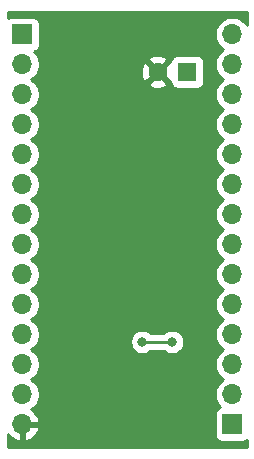
<source format=gbr>
%TF.GenerationSoftware,KiCad,Pcbnew,(5.1.7)-1*%
%TF.CreationDate,2022-07-07T01:38:01-03:00*%
%TF.ProjectId,RAMboard,52414d62-6f61-4726-942e-6b696361645f,rev?*%
%TF.SameCoordinates,Original*%
%TF.FileFunction,Copper,L2,Bot*%
%TF.FilePolarity,Positive*%
%FSLAX46Y46*%
G04 Gerber Fmt 4.6, Leading zero omitted, Abs format (unit mm)*
G04 Created by KiCad (PCBNEW (5.1.7)-1) date 2022-07-07 01:38:01*
%MOMM*%
%LPD*%
G01*
G04 APERTURE LIST*
%TA.AperFunction,ComponentPad*%
%ADD10O,1.700000X1.700000*%
%TD*%
%TA.AperFunction,ComponentPad*%
%ADD11R,1.700000X1.700000*%
%TD*%
%TA.AperFunction,ComponentPad*%
%ADD12C,1.600000*%
%TD*%
%TA.AperFunction,ComponentPad*%
%ADD13R,1.600000X1.600000*%
%TD*%
%TA.AperFunction,ViaPad*%
%ADD14C,0.800000*%
%TD*%
%TA.AperFunction,Conductor*%
%ADD15C,0.250000*%
%TD*%
%TA.AperFunction,Conductor*%
%ADD16C,0.254000*%
%TD*%
%TA.AperFunction,Conductor*%
%ADD17C,0.100000*%
%TD*%
G04 APERTURE END LIST*
D10*
%TO.P,J2,14*%
%TO.N,+5V*%
X45720000Y-25400000D03*
%TO.P,J2,13*%
%TO.N,/WR_N*%
X45720000Y-27940000D03*
%TO.P,J2,12*%
%TO.N,/AA13*%
X45720000Y-30480000D03*
%TO.P,J2,11*%
%TO.N,/A8*%
X45720000Y-33020000D03*
%TO.P,J2,10*%
%TO.N,/A9*%
X45720000Y-35560000D03*
%TO.P,J2,9*%
%TO.N,/A11*%
X45720000Y-38100000D03*
%TO.P,J2,8*%
%TO.N,/RD_N*%
X45720000Y-40640000D03*
%TO.P,J2,7*%
%TO.N,/A10*%
X45720000Y-43180000D03*
%TO.P,J2,6*%
%TO.N,/RAMCS_N*%
X45720000Y-45720000D03*
%TO.P,J2,5*%
%TO.N,/D7*%
X45720000Y-48260000D03*
%TO.P,J2,4*%
%TO.N,/D6*%
X45720000Y-50800000D03*
%TO.P,J2,3*%
%TO.N,/D5*%
X45720000Y-53340000D03*
%TO.P,J2,2*%
%TO.N,/D4*%
X45720000Y-55880000D03*
D11*
%TO.P,J2,1*%
%TO.N,/D3*%
X45720000Y-58420000D03*
%TD*%
D10*
%TO.P,J1,14*%
%TO.N,GND*%
X27940000Y-58420000D03*
%TO.P,J1,13*%
%TO.N,/D2*%
X27940000Y-55880000D03*
%TO.P,J1,12*%
%TO.N,/D1*%
X27940000Y-53340000D03*
%TO.P,J1,11*%
%TO.N,/D0*%
X27940000Y-50800000D03*
%TO.P,J1,10*%
%TO.N,/A0*%
X27940000Y-48260000D03*
%TO.P,J1,9*%
%TO.N,/A1*%
X27940000Y-45720000D03*
%TO.P,J1,8*%
%TO.N,/A2*%
X27940000Y-43180000D03*
%TO.P,J1,7*%
%TO.N,/A3*%
X27940000Y-40640000D03*
%TO.P,J1,6*%
%TO.N,/A4*%
X27940000Y-38100000D03*
%TO.P,J1,5*%
%TO.N,/A5*%
X27940000Y-35560000D03*
%TO.P,J1,4*%
%TO.N,/A6*%
X27940000Y-33020000D03*
%TO.P,J1,3*%
%TO.N,/A7*%
X27940000Y-30480000D03*
%TO.P,J1,2*%
%TO.N,/A12*%
X27940000Y-27940000D03*
D11*
%TO.P,J1,1*%
%TO.N,/AA14*%
X27940000Y-25400000D03*
%TD*%
D12*
%TO.P,C1,2*%
%TO.N,GND*%
X39410000Y-28575000D03*
D13*
%TO.P,C1,1*%
%TO.N,+5V*%
X41910000Y-28575000D03*
%TD*%
D14*
%TO.N,GND*%
X35560000Y-49530000D03*
%TO.N,/D4*%
X40640000Y-51435000D03*
X38100000Y-51435000D03*
%TD*%
D15*
%TO.N,/D4*%
X38100000Y-51435000D02*
X40640000Y-51435000D01*
%TD*%
D16*
%TO.N,GND*%
X46964513Y-23520666D02*
X46965001Y-23525310D01*
X46965001Y-24590346D01*
X46873475Y-24453368D01*
X46666632Y-24246525D01*
X46423411Y-24084010D01*
X46153158Y-23972068D01*
X45866260Y-23915000D01*
X45573740Y-23915000D01*
X45286842Y-23972068D01*
X45016589Y-24084010D01*
X44773368Y-24246525D01*
X44566525Y-24453368D01*
X44404010Y-24696589D01*
X44292068Y-24966842D01*
X44235000Y-25253740D01*
X44235000Y-25546260D01*
X44292068Y-25833158D01*
X44404010Y-26103411D01*
X44566525Y-26346632D01*
X44773368Y-26553475D01*
X44947760Y-26670000D01*
X44773368Y-26786525D01*
X44566525Y-26993368D01*
X44404010Y-27236589D01*
X44292068Y-27506842D01*
X44235000Y-27793740D01*
X44235000Y-28086260D01*
X44292068Y-28373158D01*
X44404010Y-28643411D01*
X44566525Y-28886632D01*
X44773368Y-29093475D01*
X44947760Y-29210000D01*
X44773368Y-29326525D01*
X44566525Y-29533368D01*
X44404010Y-29776589D01*
X44292068Y-30046842D01*
X44235000Y-30333740D01*
X44235000Y-30626260D01*
X44292068Y-30913158D01*
X44404010Y-31183411D01*
X44566525Y-31426632D01*
X44773368Y-31633475D01*
X44947760Y-31750000D01*
X44773368Y-31866525D01*
X44566525Y-32073368D01*
X44404010Y-32316589D01*
X44292068Y-32586842D01*
X44235000Y-32873740D01*
X44235000Y-33166260D01*
X44292068Y-33453158D01*
X44404010Y-33723411D01*
X44566525Y-33966632D01*
X44773368Y-34173475D01*
X44947760Y-34290000D01*
X44773368Y-34406525D01*
X44566525Y-34613368D01*
X44404010Y-34856589D01*
X44292068Y-35126842D01*
X44235000Y-35413740D01*
X44235000Y-35706260D01*
X44292068Y-35993158D01*
X44404010Y-36263411D01*
X44566525Y-36506632D01*
X44773368Y-36713475D01*
X44947760Y-36830000D01*
X44773368Y-36946525D01*
X44566525Y-37153368D01*
X44404010Y-37396589D01*
X44292068Y-37666842D01*
X44235000Y-37953740D01*
X44235000Y-38246260D01*
X44292068Y-38533158D01*
X44404010Y-38803411D01*
X44566525Y-39046632D01*
X44773368Y-39253475D01*
X44947760Y-39370000D01*
X44773368Y-39486525D01*
X44566525Y-39693368D01*
X44404010Y-39936589D01*
X44292068Y-40206842D01*
X44235000Y-40493740D01*
X44235000Y-40786260D01*
X44292068Y-41073158D01*
X44404010Y-41343411D01*
X44566525Y-41586632D01*
X44773368Y-41793475D01*
X44947760Y-41910000D01*
X44773368Y-42026525D01*
X44566525Y-42233368D01*
X44404010Y-42476589D01*
X44292068Y-42746842D01*
X44235000Y-43033740D01*
X44235000Y-43326260D01*
X44292068Y-43613158D01*
X44404010Y-43883411D01*
X44566525Y-44126632D01*
X44773368Y-44333475D01*
X44947760Y-44450000D01*
X44773368Y-44566525D01*
X44566525Y-44773368D01*
X44404010Y-45016589D01*
X44292068Y-45286842D01*
X44235000Y-45573740D01*
X44235000Y-45866260D01*
X44292068Y-46153158D01*
X44404010Y-46423411D01*
X44566525Y-46666632D01*
X44773368Y-46873475D01*
X44947760Y-46990000D01*
X44773368Y-47106525D01*
X44566525Y-47313368D01*
X44404010Y-47556589D01*
X44292068Y-47826842D01*
X44235000Y-48113740D01*
X44235000Y-48406260D01*
X44292068Y-48693158D01*
X44404010Y-48963411D01*
X44566525Y-49206632D01*
X44773368Y-49413475D01*
X44947760Y-49530000D01*
X44773368Y-49646525D01*
X44566525Y-49853368D01*
X44404010Y-50096589D01*
X44292068Y-50366842D01*
X44235000Y-50653740D01*
X44235000Y-50946260D01*
X44292068Y-51233158D01*
X44404010Y-51503411D01*
X44566525Y-51746632D01*
X44773368Y-51953475D01*
X44947760Y-52070000D01*
X44773368Y-52186525D01*
X44566525Y-52393368D01*
X44404010Y-52636589D01*
X44292068Y-52906842D01*
X44235000Y-53193740D01*
X44235000Y-53486260D01*
X44292068Y-53773158D01*
X44404010Y-54043411D01*
X44566525Y-54286632D01*
X44773368Y-54493475D01*
X44947760Y-54610000D01*
X44773368Y-54726525D01*
X44566525Y-54933368D01*
X44404010Y-55176589D01*
X44292068Y-55446842D01*
X44235000Y-55733740D01*
X44235000Y-56026260D01*
X44292068Y-56313158D01*
X44404010Y-56583411D01*
X44566525Y-56826632D01*
X44698380Y-56958487D01*
X44625820Y-56980498D01*
X44515506Y-57039463D01*
X44418815Y-57118815D01*
X44339463Y-57215506D01*
X44280498Y-57325820D01*
X44244188Y-57445518D01*
X44231928Y-57570000D01*
X44231928Y-59270000D01*
X44244188Y-59394482D01*
X44280498Y-59514180D01*
X44339463Y-59624494D01*
X44418815Y-59721185D01*
X44515506Y-59800537D01*
X44625820Y-59859502D01*
X44745518Y-59895812D01*
X44870000Y-59908072D01*
X46570000Y-59908072D01*
X46694482Y-59895812D01*
X46814180Y-59859502D01*
X46924494Y-59800537D01*
X46965000Y-59767295D01*
X46965000Y-60292725D01*
X46964335Y-60299513D01*
X46959699Y-60300000D01*
X26702275Y-60300000D01*
X26695487Y-60299335D01*
X26695000Y-60294699D01*
X26695000Y-59222637D01*
X26842412Y-59420269D01*
X27058645Y-59615178D01*
X27308748Y-59764157D01*
X27583109Y-59861481D01*
X27813000Y-59740814D01*
X27813000Y-58547000D01*
X28067000Y-58547000D01*
X28067000Y-59740814D01*
X28296891Y-59861481D01*
X28571252Y-59764157D01*
X28821355Y-59615178D01*
X29037588Y-59420269D01*
X29211641Y-59186920D01*
X29336825Y-58924099D01*
X29381476Y-58776890D01*
X29260155Y-58547000D01*
X28067000Y-58547000D01*
X27813000Y-58547000D01*
X27793000Y-58547000D01*
X27793000Y-58293000D01*
X27813000Y-58293000D01*
X27813000Y-58273000D01*
X28067000Y-58273000D01*
X28067000Y-58293000D01*
X29260155Y-58293000D01*
X29381476Y-58063110D01*
X29336825Y-57915901D01*
X29211641Y-57653080D01*
X29037588Y-57419731D01*
X28821355Y-57224822D01*
X28704466Y-57155195D01*
X28886632Y-57033475D01*
X29093475Y-56826632D01*
X29255990Y-56583411D01*
X29367932Y-56313158D01*
X29425000Y-56026260D01*
X29425000Y-55733740D01*
X29367932Y-55446842D01*
X29255990Y-55176589D01*
X29093475Y-54933368D01*
X28886632Y-54726525D01*
X28712240Y-54610000D01*
X28886632Y-54493475D01*
X29093475Y-54286632D01*
X29255990Y-54043411D01*
X29367932Y-53773158D01*
X29425000Y-53486260D01*
X29425000Y-53193740D01*
X29367932Y-52906842D01*
X29255990Y-52636589D01*
X29093475Y-52393368D01*
X28886632Y-52186525D01*
X28712240Y-52070000D01*
X28886632Y-51953475D01*
X29093475Y-51746632D01*
X29255990Y-51503411D01*
X29326550Y-51333061D01*
X37065000Y-51333061D01*
X37065000Y-51536939D01*
X37104774Y-51736898D01*
X37182795Y-51925256D01*
X37296063Y-52094774D01*
X37440226Y-52238937D01*
X37609744Y-52352205D01*
X37798102Y-52430226D01*
X37998061Y-52470000D01*
X38201939Y-52470000D01*
X38401898Y-52430226D01*
X38590256Y-52352205D01*
X38759774Y-52238937D01*
X38803711Y-52195000D01*
X39936289Y-52195000D01*
X39980226Y-52238937D01*
X40149744Y-52352205D01*
X40338102Y-52430226D01*
X40538061Y-52470000D01*
X40741939Y-52470000D01*
X40941898Y-52430226D01*
X41130256Y-52352205D01*
X41299774Y-52238937D01*
X41443937Y-52094774D01*
X41557205Y-51925256D01*
X41635226Y-51736898D01*
X41675000Y-51536939D01*
X41675000Y-51333061D01*
X41635226Y-51133102D01*
X41557205Y-50944744D01*
X41443937Y-50775226D01*
X41299774Y-50631063D01*
X41130256Y-50517795D01*
X40941898Y-50439774D01*
X40741939Y-50400000D01*
X40538061Y-50400000D01*
X40338102Y-50439774D01*
X40149744Y-50517795D01*
X39980226Y-50631063D01*
X39936289Y-50675000D01*
X38803711Y-50675000D01*
X38759774Y-50631063D01*
X38590256Y-50517795D01*
X38401898Y-50439774D01*
X38201939Y-50400000D01*
X37998061Y-50400000D01*
X37798102Y-50439774D01*
X37609744Y-50517795D01*
X37440226Y-50631063D01*
X37296063Y-50775226D01*
X37182795Y-50944744D01*
X37104774Y-51133102D01*
X37065000Y-51333061D01*
X29326550Y-51333061D01*
X29367932Y-51233158D01*
X29425000Y-50946260D01*
X29425000Y-50653740D01*
X29367932Y-50366842D01*
X29255990Y-50096589D01*
X29093475Y-49853368D01*
X28886632Y-49646525D01*
X28712240Y-49530000D01*
X28886632Y-49413475D01*
X29093475Y-49206632D01*
X29255990Y-48963411D01*
X29367932Y-48693158D01*
X29425000Y-48406260D01*
X29425000Y-48113740D01*
X29367932Y-47826842D01*
X29255990Y-47556589D01*
X29093475Y-47313368D01*
X28886632Y-47106525D01*
X28712240Y-46990000D01*
X28886632Y-46873475D01*
X29093475Y-46666632D01*
X29255990Y-46423411D01*
X29367932Y-46153158D01*
X29425000Y-45866260D01*
X29425000Y-45573740D01*
X29367932Y-45286842D01*
X29255990Y-45016589D01*
X29093475Y-44773368D01*
X28886632Y-44566525D01*
X28712240Y-44450000D01*
X28886632Y-44333475D01*
X29093475Y-44126632D01*
X29255990Y-43883411D01*
X29367932Y-43613158D01*
X29425000Y-43326260D01*
X29425000Y-43033740D01*
X29367932Y-42746842D01*
X29255990Y-42476589D01*
X29093475Y-42233368D01*
X28886632Y-42026525D01*
X28712240Y-41910000D01*
X28886632Y-41793475D01*
X29093475Y-41586632D01*
X29255990Y-41343411D01*
X29367932Y-41073158D01*
X29425000Y-40786260D01*
X29425000Y-40493740D01*
X29367932Y-40206842D01*
X29255990Y-39936589D01*
X29093475Y-39693368D01*
X28886632Y-39486525D01*
X28712240Y-39370000D01*
X28886632Y-39253475D01*
X29093475Y-39046632D01*
X29255990Y-38803411D01*
X29367932Y-38533158D01*
X29425000Y-38246260D01*
X29425000Y-37953740D01*
X29367932Y-37666842D01*
X29255990Y-37396589D01*
X29093475Y-37153368D01*
X28886632Y-36946525D01*
X28712240Y-36830000D01*
X28886632Y-36713475D01*
X29093475Y-36506632D01*
X29255990Y-36263411D01*
X29367932Y-35993158D01*
X29425000Y-35706260D01*
X29425000Y-35413740D01*
X29367932Y-35126842D01*
X29255990Y-34856589D01*
X29093475Y-34613368D01*
X28886632Y-34406525D01*
X28712240Y-34290000D01*
X28886632Y-34173475D01*
X29093475Y-33966632D01*
X29255990Y-33723411D01*
X29367932Y-33453158D01*
X29425000Y-33166260D01*
X29425000Y-32873740D01*
X29367932Y-32586842D01*
X29255990Y-32316589D01*
X29093475Y-32073368D01*
X28886632Y-31866525D01*
X28712240Y-31750000D01*
X28886632Y-31633475D01*
X29093475Y-31426632D01*
X29255990Y-31183411D01*
X29367932Y-30913158D01*
X29425000Y-30626260D01*
X29425000Y-30333740D01*
X29367932Y-30046842D01*
X29255990Y-29776589D01*
X29116417Y-29567702D01*
X38596903Y-29567702D01*
X38668486Y-29811671D01*
X38923996Y-29932571D01*
X39198184Y-30001300D01*
X39480512Y-30015217D01*
X39760130Y-29973787D01*
X40026292Y-29878603D01*
X40151514Y-29811671D01*
X40223097Y-29567702D01*
X39410000Y-28754605D01*
X38596903Y-29567702D01*
X29116417Y-29567702D01*
X29093475Y-29533368D01*
X28886632Y-29326525D01*
X28712240Y-29210000D01*
X28886632Y-29093475D01*
X29093475Y-28886632D01*
X29254586Y-28645512D01*
X37969783Y-28645512D01*
X38011213Y-28925130D01*
X38106397Y-29191292D01*
X38173329Y-29316514D01*
X38417298Y-29388097D01*
X39230395Y-28575000D01*
X39589605Y-28575000D01*
X40402702Y-29388097D01*
X40471928Y-29367785D01*
X40471928Y-29375000D01*
X40484188Y-29499482D01*
X40520498Y-29619180D01*
X40579463Y-29729494D01*
X40658815Y-29826185D01*
X40755506Y-29905537D01*
X40865820Y-29964502D01*
X40985518Y-30000812D01*
X41110000Y-30013072D01*
X42710000Y-30013072D01*
X42834482Y-30000812D01*
X42954180Y-29964502D01*
X43064494Y-29905537D01*
X43161185Y-29826185D01*
X43240537Y-29729494D01*
X43299502Y-29619180D01*
X43335812Y-29499482D01*
X43348072Y-29375000D01*
X43348072Y-27775000D01*
X43335812Y-27650518D01*
X43299502Y-27530820D01*
X43240537Y-27420506D01*
X43161185Y-27323815D01*
X43064494Y-27244463D01*
X42954180Y-27185498D01*
X42834482Y-27149188D01*
X42710000Y-27136928D01*
X41110000Y-27136928D01*
X40985518Y-27149188D01*
X40865820Y-27185498D01*
X40755506Y-27244463D01*
X40658815Y-27323815D01*
X40579463Y-27420506D01*
X40520498Y-27530820D01*
X40484188Y-27650518D01*
X40471928Y-27775000D01*
X40471928Y-27782215D01*
X40402702Y-27761903D01*
X39589605Y-28575000D01*
X39230395Y-28575000D01*
X38417298Y-27761903D01*
X38173329Y-27833486D01*
X38052429Y-28088996D01*
X37983700Y-28363184D01*
X37969783Y-28645512D01*
X29254586Y-28645512D01*
X29255990Y-28643411D01*
X29367932Y-28373158D01*
X29425000Y-28086260D01*
X29425000Y-27793740D01*
X29382942Y-27582298D01*
X38596903Y-27582298D01*
X39410000Y-28395395D01*
X40223097Y-27582298D01*
X40151514Y-27338329D01*
X39896004Y-27217429D01*
X39621816Y-27148700D01*
X39339488Y-27134783D01*
X39059870Y-27176213D01*
X38793708Y-27271397D01*
X38668486Y-27338329D01*
X38596903Y-27582298D01*
X29382942Y-27582298D01*
X29367932Y-27506842D01*
X29255990Y-27236589D01*
X29093475Y-26993368D01*
X28961620Y-26861513D01*
X29034180Y-26839502D01*
X29144494Y-26780537D01*
X29241185Y-26701185D01*
X29320537Y-26604494D01*
X29379502Y-26494180D01*
X29415812Y-26374482D01*
X29428072Y-26250000D01*
X29428072Y-24550000D01*
X29415812Y-24425518D01*
X29379502Y-24305820D01*
X29320537Y-24195506D01*
X29241185Y-24098815D01*
X29144494Y-24019463D01*
X29034180Y-23960498D01*
X28914482Y-23924188D01*
X28790000Y-23911928D01*
X27090000Y-23911928D01*
X26965518Y-23924188D01*
X26845820Y-23960498D01*
X26735506Y-24019463D01*
X26695000Y-24052705D01*
X26695000Y-23527275D01*
X26695666Y-23520487D01*
X26700301Y-23520000D01*
X46957725Y-23520000D01*
X46964513Y-23520666D01*
%TA.AperFunction,Conductor*%
D17*
G36*
X46964513Y-23520666D02*
G01*
X46965001Y-23525310D01*
X46965001Y-24590346D01*
X46873475Y-24453368D01*
X46666632Y-24246525D01*
X46423411Y-24084010D01*
X46153158Y-23972068D01*
X45866260Y-23915000D01*
X45573740Y-23915000D01*
X45286842Y-23972068D01*
X45016589Y-24084010D01*
X44773368Y-24246525D01*
X44566525Y-24453368D01*
X44404010Y-24696589D01*
X44292068Y-24966842D01*
X44235000Y-25253740D01*
X44235000Y-25546260D01*
X44292068Y-25833158D01*
X44404010Y-26103411D01*
X44566525Y-26346632D01*
X44773368Y-26553475D01*
X44947760Y-26670000D01*
X44773368Y-26786525D01*
X44566525Y-26993368D01*
X44404010Y-27236589D01*
X44292068Y-27506842D01*
X44235000Y-27793740D01*
X44235000Y-28086260D01*
X44292068Y-28373158D01*
X44404010Y-28643411D01*
X44566525Y-28886632D01*
X44773368Y-29093475D01*
X44947760Y-29210000D01*
X44773368Y-29326525D01*
X44566525Y-29533368D01*
X44404010Y-29776589D01*
X44292068Y-30046842D01*
X44235000Y-30333740D01*
X44235000Y-30626260D01*
X44292068Y-30913158D01*
X44404010Y-31183411D01*
X44566525Y-31426632D01*
X44773368Y-31633475D01*
X44947760Y-31750000D01*
X44773368Y-31866525D01*
X44566525Y-32073368D01*
X44404010Y-32316589D01*
X44292068Y-32586842D01*
X44235000Y-32873740D01*
X44235000Y-33166260D01*
X44292068Y-33453158D01*
X44404010Y-33723411D01*
X44566525Y-33966632D01*
X44773368Y-34173475D01*
X44947760Y-34290000D01*
X44773368Y-34406525D01*
X44566525Y-34613368D01*
X44404010Y-34856589D01*
X44292068Y-35126842D01*
X44235000Y-35413740D01*
X44235000Y-35706260D01*
X44292068Y-35993158D01*
X44404010Y-36263411D01*
X44566525Y-36506632D01*
X44773368Y-36713475D01*
X44947760Y-36830000D01*
X44773368Y-36946525D01*
X44566525Y-37153368D01*
X44404010Y-37396589D01*
X44292068Y-37666842D01*
X44235000Y-37953740D01*
X44235000Y-38246260D01*
X44292068Y-38533158D01*
X44404010Y-38803411D01*
X44566525Y-39046632D01*
X44773368Y-39253475D01*
X44947760Y-39370000D01*
X44773368Y-39486525D01*
X44566525Y-39693368D01*
X44404010Y-39936589D01*
X44292068Y-40206842D01*
X44235000Y-40493740D01*
X44235000Y-40786260D01*
X44292068Y-41073158D01*
X44404010Y-41343411D01*
X44566525Y-41586632D01*
X44773368Y-41793475D01*
X44947760Y-41910000D01*
X44773368Y-42026525D01*
X44566525Y-42233368D01*
X44404010Y-42476589D01*
X44292068Y-42746842D01*
X44235000Y-43033740D01*
X44235000Y-43326260D01*
X44292068Y-43613158D01*
X44404010Y-43883411D01*
X44566525Y-44126632D01*
X44773368Y-44333475D01*
X44947760Y-44450000D01*
X44773368Y-44566525D01*
X44566525Y-44773368D01*
X44404010Y-45016589D01*
X44292068Y-45286842D01*
X44235000Y-45573740D01*
X44235000Y-45866260D01*
X44292068Y-46153158D01*
X44404010Y-46423411D01*
X44566525Y-46666632D01*
X44773368Y-46873475D01*
X44947760Y-46990000D01*
X44773368Y-47106525D01*
X44566525Y-47313368D01*
X44404010Y-47556589D01*
X44292068Y-47826842D01*
X44235000Y-48113740D01*
X44235000Y-48406260D01*
X44292068Y-48693158D01*
X44404010Y-48963411D01*
X44566525Y-49206632D01*
X44773368Y-49413475D01*
X44947760Y-49530000D01*
X44773368Y-49646525D01*
X44566525Y-49853368D01*
X44404010Y-50096589D01*
X44292068Y-50366842D01*
X44235000Y-50653740D01*
X44235000Y-50946260D01*
X44292068Y-51233158D01*
X44404010Y-51503411D01*
X44566525Y-51746632D01*
X44773368Y-51953475D01*
X44947760Y-52070000D01*
X44773368Y-52186525D01*
X44566525Y-52393368D01*
X44404010Y-52636589D01*
X44292068Y-52906842D01*
X44235000Y-53193740D01*
X44235000Y-53486260D01*
X44292068Y-53773158D01*
X44404010Y-54043411D01*
X44566525Y-54286632D01*
X44773368Y-54493475D01*
X44947760Y-54610000D01*
X44773368Y-54726525D01*
X44566525Y-54933368D01*
X44404010Y-55176589D01*
X44292068Y-55446842D01*
X44235000Y-55733740D01*
X44235000Y-56026260D01*
X44292068Y-56313158D01*
X44404010Y-56583411D01*
X44566525Y-56826632D01*
X44698380Y-56958487D01*
X44625820Y-56980498D01*
X44515506Y-57039463D01*
X44418815Y-57118815D01*
X44339463Y-57215506D01*
X44280498Y-57325820D01*
X44244188Y-57445518D01*
X44231928Y-57570000D01*
X44231928Y-59270000D01*
X44244188Y-59394482D01*
X44280498Y-59514180D01*
X44339463Y-59624494D01*
X44418815Y-59721185D01*
X44515506Y-59800537D01*
X44625820Y-59859502D01*
X44745518Y-59895812D01*
X44870000Y-59908072D01*
X46570000Y-59908072D01*
X46694482Y-59895812D01*
X46814180Y-59859502D01*
X46924494Y-59800537D01*
X46965000Y-59767295D01*
X46965000Y-60292725D01*
X46964335Y-60299513D01*
X46959699Y-60300000D01*
X26702275Y-60300000D01*
X26695487Y-60299335D01*
X26695000Y-60294699D01*
X26695000Y-59222637D01*
X26842412Y-59420269D01*
X27058645Y-59615178D01*
X27308748Y-59764157D01*
X27583109Y-59861481D01*
X27813000Y-59740814D01*
X27813000Y-58547000D01*
X28067000Y-58547000D01*
X28067000Y-59740814D01*
X28296891Y-59861481D01*
X28571252Y-59764157D01*
X28821355Y-59615178D01*
X29037588Y-59420269D01*
X29211641Y-59186920D01*
X29336825Y-58924099D01*
X29381476Y-58776890D01*
X29260155Y-58547000D01*
X28067000Y-58547000D01*
X27813000Y-58547000D01*
X27793000Y-58547000D01*
X27793000Y-58293000D01*
X27813000Y-58293000D01*
X27813000Y-58273000D01*
X28067000Y-58273000D01*
X28067000Y-58293000D01*
X29260155Y-58293000D01*
X29381476Y-58063110D01*
X29336825Y-57915901D01*
X29211641Y-57653080D01*
X29037588Y-57419731D01*
X28821355Y-57224822D01*
X28704466Y-57155195D01*
X28886632Y-57033475D01*
X29093475Y-56826632D01*
X29255990Y-56583411D01*
X29367932Y-56313158D01*
X29425000Y-56026260D01*
X29425000Y-55733740D01*
X29367932Y-55446842D01*
X29255990Y-55176589D01*
X29093475Y-54933368D01*
X28886632Y-54726525D01*
X28712240Y-54610000D01*
X28886632Y-54493475D01*
X29093475Y-54286632D01*
X29255990Y-54043411D01*
X29367932Y-53773158D01*
X29425000Y-53486260D01*
X29425000Y-53193740D01*
X29367932Y-52906842D01*
X29255990Y-52636589D01*
X29093475Y-52393368D01*
X28886632Y-52186525D01*
X28712240Y-52070000D01*
X28886632Y-51953475D01*
X29093475Y-51746632D01*
X29255990Y-51503411D01*
X29326550Y-51333061D01*
X37065000Y-51333061D01*
X37065000Y-51536939D01*
X37104774Y-51736898D01*
X37182795Y-51925256D01*
X37296063Y-52094774D01*
X37440226Y-52238937D01*
X37609744Y-52352205D01*
X37798102Y-52430226D01*
X37998061Y-52470000D01*
X38201939Y-52470000D01*
X38401898Y-52430226D01*
X38590256Y-52352205D01*
X38759774Y-52238937D01*
X38803711Y-52195000D01*
X39936289Y-52195000D01*
X39980226Y-52238937D01*
X40149744Y-52352205D01*
X40338102Y-52430226D01*
X40538061Y-52470000D01*
X40741939Y-52470000D01*
X40941898Y-52430226D01*
X41130256Y-52352205D01*
X41299774Y-52238937D01*
X41443937Y-52094774D01*
X41557205Y-51925256D01*
X41635226Y-51736898D01*
X41675000Y-51536939D01*
X41675000Y-51333061D01*
X41635226Y-51133102D01*
X41557205Y-50944744D01*
X41443937Y-50775226D01*
X41299774Y-50631063D01*
X41130256Y-50517795D01*
X40941898Y-50439774D01*
X40741939Y-50400000D01*
X40538061Y-50400000D01*
X40338102Y-50439774D01*
X40149744Y-50517795D01*
X39980226Y-50631063D01*
X39936289Y-50675000D01*
X38803711Y-50675000D01*
X38759774Y-50631063D01*
X38590256Y-50517795D01*
X38401898Y-50439774D01*
X38201939Y-50400000D01*
X37998061Y-50400000D01*
X37798102Y-50439774D01*
X37609744Y-50517795D01*
X37440226Y-50631063D01*
X37296063Y-50775226D01*
X37182795Y-50944744D01*
X37104774Y-51133102D01*
X37065000Y-51333061D01*
X29326550Y-51333061D01*
X29367932Y-51233158D01*
X29425000Y-50946260D01*
X29425000Y-50653740D01*
X29367932Y-50366842D01*
X29255990Y-50096589D01*
X29093475Y-49853368D01*
X28886632Y-49646525D01*
X28712240Y-49530000D01*
X28886632Y-49413475D01*
X29093475Y-49206632D01*
X29255990Y-48963411D01*
X29367932Y-48693158D01*
X29425000Y-48406260D01*
X29425000Y-48113740D01*
X29367932Y-47826842D01*
X29255990Y-47556589D01*
X29093475Y-47313368D01*
X28886632Y-47106525D01*
X28712240Y-46990000D01*
X28886632Y-46873475D01*
X29093475Y-46666632D01*
X29255990Y-46423411D01*
X29367932Y-46153158D01*
X29425000Y-45866260D01*
X29425000Y-45573740D01*
X29367932Y-45286842D01*
X29255990Y-45016589D01*
X29093475Y-44773368D01*
X28886632Y-44566525D01*
X28712240Y-44450000D01*
X28886632Y-44333475D01*
X29093475Y-44126632D01*
X29255990Y-43883411D01*
X29367932Y-43613158D01*
X29425000Y-43326260D01*
X29425000Y-43033740D01*
X29367932Y-42746842D01*
X29255990Y-42476589D01*
X29093475Y-42233368D01*
X28886632Y-42026525D01*
X28712240Y-41910000D01*
X28886632Y-41793475D01*
X29093475Y-41586632D01*
X29255990Y-41343411D01*
X29367932Y-41073158D01*
X29425000Y-40786260D01*
X29425000Y-40493740D01*
X29367932Y-40206842D01*
X29255990Y-39936589D01*
X29093475Y-39693368D01*
X28886632Y-39486525D01*
X28712240Y-39370000D01*
X28886632Y-39253475D01*
X29093475Y-39046632D01*
X29255990Y-38803411D01*
X29367932Y-38533158D01*
X29425000Y-38246260D01*
X29425000Y-37953740D01*
X29367932Y-37666842D01*
X29255990Y-37396589D01*
X29093475Y-37153368D01*
X28886632Y-36946525D01*
X28712240Y-36830000D01*
X28886632Y-36713475D01*
X29093475Y-36506632D01*
X29255990Y-36263411D01*
X29367932Y-35993158D01*
X29425000Y-35706260D01*
X29425000Y-35413740D01*
X29367932Y-35126842D01*
X29255990Y-34856589D01*
X29093475Y-34613368D01*
X28886632Y-34406525D01*
X28712240Y-34290000D01*
X28886632Y-34173475D01*
X29093475Y-33966632D01*
X29255990Y-33723411D01*
X29367932Y-33453158D01*
X29425000Y-33166260D01*
X29425000Y-32873740D01*
X29367932Y-32586842D01*
X29255990Y-32316589D01*
X29093475Y-32073368D01*
X28886632Y-31866525D01*
X28712240Y-31750000D01*
X28886632Y-31633475D01*
X29093475Y-31426632D01*
X29255990Y-31183411D01*
X29367932Y-30913158D01*
X29425000Y-30626260D01*
X29425000Y-30333740D01*
X29367932Y-30046842D01*
X29255990Y-29776589D01*
X29116417Y-29567702D01*
X38596903Y-29567702D01*
X38668486Y-29811671D01*
X38923996Y-29932571D01*
X39198184Y-30001300D01*
X39480512Y-30015217D01*
X39760130Y-29973787D01*
X40026292Y-29878603D01*
X40151514Y-29811671D01*
X40223097Y-29567702D01*
X39410000Y-28754605D01*
X38596903Y-29567702D01*
X29116417Y-29567702D01*
X29093475Y-29533368D01*
X28886632Y-29326525D01*
X28712240Y-29210000D01*
X28886632Y-29093475D01*
X29093475Y-28886632D01*
X29254586Y-28645512D01*
X37969783Y-28645512D01*
X38011213Y-28925130D01*
X38106397Y-29191292D01*
X38173329Y-29316514D01*
X38417298Y-29388097D01*
X39230395Y-28575000D01*
X39589605Y-28575000D01*
X40402702Y-29388097D01*
X40471928Y-29367785D01*
X40471928Y-29375000D01*
X40484188Y-29499482D01*
X40520498Y-29619180D01*
X40579463Y-29729494D01*
X40658815Y-29826185D01*
X40755506Y-29905537D01*
X40865820Y-29964502D01*
X40985518Y-30000812D01*
X41110000Y-30013072D01*
X42710000Y-30013072D01*
X42834482Y-30000812D01*
X42954180Y-29964502D01*
X43064494Y-29905537D01*
X43161185Y-29826185D01*
X43240537Y-29729494D01*
X43299502Y-29619180D01*
X43335812Y-29499482D01*
X43348072Y-29375000D01*
X43348072Y-27775000D01*
X43335812Y-27650518D01*
X43299502Y-27530820D01*
X43240537Y-27420506D01*
X43161185Y-27323815D01*
X43064494Y-27244463D01*
X42954180Y-27185498D01*
X42834482Y-27149188D01*
X42710000Y-27136928D01*
X41110000Y-27136928D01*
X40985518Y-27149188D01*
X40865820Y-27185498D01*
X40755506Y-27244463D01*
X40658815Y-27323815D01*
X40579463Y-27420506D01*
X40520498Y-27530820D01*
X40484188Y-27650518D01*
X40471928Y-27775000D01*
X40471928Y-27782215D01*
X40402702Y-27761903D01*
X39589605Y-28575000D01*
X39230395Y-28575000D01*
X38417298Y-27761903D01*
X38173329Y-27833486D01*
X38052429Y-28088996D01*
X37983700Y-28363184D01*
X37969783Y-28645512D01*
X29254586Y-28645512D01*
X29255990Y-28643411D01*
X29367932Y-28373158D01*
X29425000Y-28086260D01*
X29425000Y-27793740D01*
X29382942Y-27582298D01*
X38596903Y-27582298D01*
X39410000Y-28395395D01*
X40223097Y-27582298D01*
X40151514Y-27338329D01*
X39896004Y-27217429D01*
X39621816Y-27148700D01*
X39339488Y-27134783D01*
X39059870Y-27176213D01*
X38793708Y-27271397D01*
X38668486Y-27338329D01*
X38596903Y-27582298D01*
X29382942Y-27582298D01*
X29367932Y-27506842D01*
X29255990Y-27236589D01*
X29093475Y-26993368D01*
X28961620Y-26861513D01*
X29034180Y-26839502D01*
X29144494Y-26780537D01*
X29241185Y-26701185D01*
X29320537Y-26604494D01*
X29379502Y-26494180D01*
X29415812Y-26374482D01*
X29428072Y-26250000D01*
X29428072Y-24550000D01*
X29415812Y-24425518D01*
X29379502Y-24305820D01*
X29320537Y-24195506D01*
X29241185Y-24098815D01*
X29144494Y-24019463D01*
X29034180Y-23960498D01*
X28914482Y-23924188D01*
X28790000Y-23911928D01*
X27090000Y-23911928D01*
X26965518Y-23924188D01*
X26845820Y-23960498D01*
X26735506Y-24019463D01*
X26695000Y-24052705D01*
X26695000Y-23527275D01*
X26695666Y-23520487D01*
X26700301Y-23520000D01*
X46957725Y-23520000D01*
X46964513Y-23520666D01*
G37*
%TD.AperFunction*%
%TD*%
M02*

</source>
